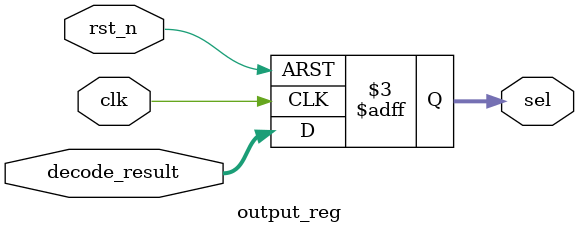
<source format=sv>
module mask_decoder (
    input wire clk,
    input wire rst_n,
    input wire [7:0] addr,
    input wire [7:0] mask,
    output reg [3:0] sel
);

    wire [7:0] masked_addr;
    wire [3:0] decode_result;

    // Address masking submodule
    addr_masker u_addr_masker (
        .clk(clk),
        .rst_n(rst_n),
        .addr(addr),
        .mask(mask),
        .masked_addr(masked_addr)
    );

    // Decode logic submodule
    addr_decoder u_addr_decoder (
        .clk(clk),
        .rst_n(rst_n),
        .masked_addr(masked_addr),
        .decode_result(decode_result)
    );

    // Output register submodule
    output_reg u_output_reg (
        .clk(clk),
        .rst_n(rst_n),
        .decode_result(decode_result),
        .sel(sel)
    );

endmodule

// Address masking submodule
module addr_masker (
    input wire clk,
    input wire rst_n,
    input wire [7:0] addr,
    input wire [7:0] mask,
    output reg [7:0] masked_addr
);

    always @(posedge clk or negedge rst_n) begin
        if (!rst_n) begin
            masked_addr <= 8'h0;
        end else begin
            masked_addr <= addr & mask;
        end
    end

endmodule

// Address decoder submodule
module addr_decoder (
    input wire clk,
    input wire rst_n,
    input wire [7:0] masked_addr,
    output reg [3:0] decode_result
);

    always @(posedge clk or negedge rst_n) begin
        if (!rst_n) begin
            decode_result <= 4'b0000;
        end else begin
            case (masked_addr)
                8'h00: decode_result <= 4'b0001;
                8'h10: decode_result <= 4'b0010;
                8'h20: decode_result <= 4'b0100;
                8'h30: decode_result <= 4'b1000;
                default: decode_result <= 4'b0000;
            endcase
        end
    end

endmodule

// Output register submodule
module output_reg (
    input wire clk,
    input wire rst_n,
    input wire [3:0] decode_result,
    output reg [3:0] sel
);

    always @(posedge clk or negedge rst_n) begin
        if (!rst_n) begin
            sel <= 4'b0000;
        end else begin
            sel <= decode_result;
        end
    end

endmodule
</source>
